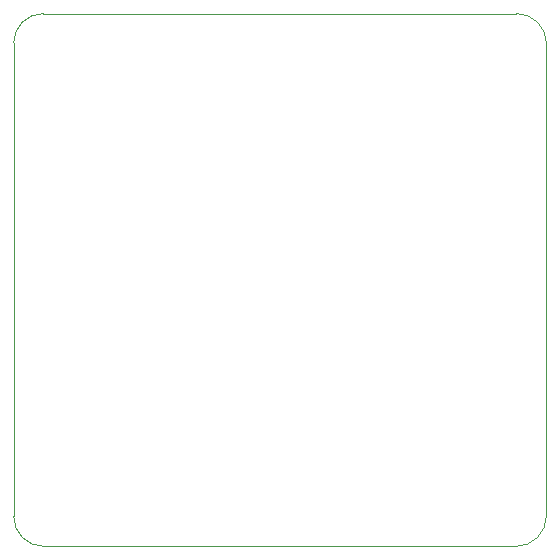
<source format=gbr>
G04 #@! TF.GenerationSoftware,KiCad,Pcbnew,(5.1.8)-1*
G04 #@! TF.CreationDate,2021-09-05T10:08:22+02:00*
G04 #@! TF.ProjectId,SuperPower-uC-KiCad,53757065-7250-46f7-9765-722d75432d4b,rev?*
G04 #@! TF.SameCoordinates,Original*
G04 #@! TF.FileFunction,Profile,NP*
%FSLAX46Y46*%
G04 Gerber Fmt 4.6, Leading zero omitted, Abs format (unit mm)*
G04 Created by KiCad (PCBNEW (5.1.8)-1) date 2021-09-05 10:08:22*
%MOMM*%
%LPD*%
G01*
G04 APERTURE LIST*
G04 #@! TA.AperFunction,Profile*
%ADD10C,0.050000*%
G04 #@! TD*
G04 APERTURE END LIST*
D10*
X133223000Y-114681000D02*
X133217920Y-118745000D01*
X133223000Y-82677000D02*
X133223000Y-86741000D01*
X175793400Y-78308200D02*
G75*
G02*
X178333400Y-80848200I0J-2540000D01*
G01*
X133223000Y-86741000D02*
X133223000Y-114681000D01*
X133223000Y-120878600D02*
X133217920Y-118745000D01*
X133223000Y-80797400D02*
X133223000Y-82677000D01*
X135763000Y-123418600D02*
G75*
G02*
X133223000Y-120878600I0J2540000D01*
G01*
X178333400Y-120827800D02*
G75*
G02*
X175742600Y-123418600I-2590800J0D01*
G01*
X133223000Y-80797400D02*
G75*
G02*
X135712200Y-78308200I2489200J0D01*
G01*
X178333400Y-80848200D02*
X178333400Y-120827800D01*
X175793400Y-78308200D02*
X135712200Y-78308200D01*
X135763000Y-123418600D02*
X175742600Y-123418600D01*
M02*

</source>
